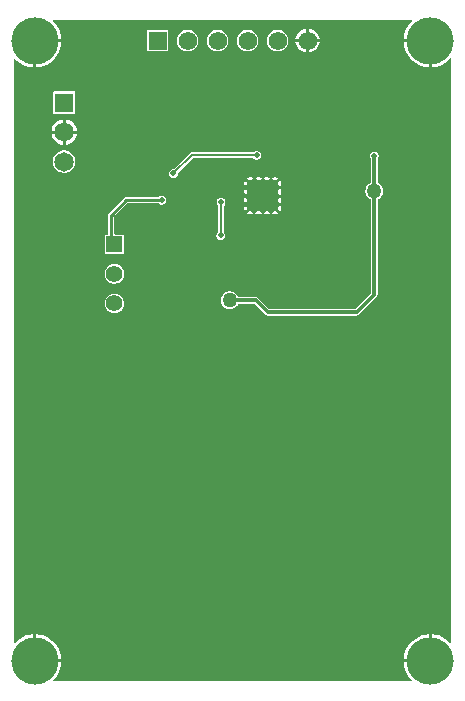
<source format=gbr>
%TF.GenerationSoftware,KiCad,Pcbnew,9.99.0-1490-gab75263b91*%
%TF.CreationDate,2025-06-04T22:15:06+10:00*%
%TF.ProjectId,energy_harvesting_board,656e6572-6779-45f6-9861-727665737469,rev?*%
%TF.SameCoordinates,Original*%
%TF.FileFunction,Copper,L2,Bot*%
%TF.FilePolarity,Positive*%
%FSLAX46Y46*%
G04 Gerber Fmt 4.6, Leading zero omitted, Abs format (unit mm)*
G04 Created by KiCad (PCBNEW 9.99.0-1490-gab75263b91) date 2025-06-04 22:15:06*
%MOMM*%
%LPD*%
G01*
G04 APERTURE LIST*
%TA.AperFunction,ComponentPad*%
%ADD10R,1.400000X1.400000*%
%TD*%
%TA.AperFunction,ComponentPad*%
%ADD11C,1.400000*%
%TD*%
%TA.AperFunction,HeatsinkPad*%
%ADD12C,0.500000*%
%TD*%
%TA.AperFunction,HeatsinkPad*%
%ADD13R,2.600000X2.600000*%
%TD*%
%TA.AperFunction,ComponentPad*%
%ADD14C,4.000000*%
%TD*%
%TA.AperFunction,ComponentPad*%
%ADD15R,1.650000X1.650000*%
%TD*%
%TA.AperFunction,ComponentPad*%
%ADD16C,1.650000*%
%TD*%
%TA.AperFunction,ComponentPad*%
%ADD17R,1.570000X1.570000*%
%TD*%
%TA.AperFunction,ComponentPad*%
%ADD18C,1.570000*%
%TD*%
%TA.AperFunction,ViaPad*%
%ADD19C,1.270000*%
%TD*%
%TA.AperFunction,ViaPad*%
%ADD20C,0.500000*%
%TD*%
%TA.AperFunction,Conductor*%
%ADD21C,0.300000*%
%TD*%
%TA.AperFunction,Conductor*%
%ADD22C,0.250000*%
%TD*%
%TA.AperFunction,Conductor*%
%ADD23C,0.200000*%
%TD*%
G04 APERTURE END LIST*
D10*
%TO.P,R1,1*%
%TO.N,VBUCK*%
X138501100Y-96003600D03*
D11*
%TO.P,R1,2*%
%TO.N,NetR1_2*%
X138501100Y-98503600D03*
%TO.P,R1,3*%
%TO.N,N/C*%
X138501100Y-101003600D03*
%TD*%
D12*
%TO.P,U1,29,GND*%
%TO.N,GND*%
X152100000Y-92930000D03*
X152100000Y-92230000D03*
X152100000Y-91530000D03*
X152100000Y-90830000D03*
X151400000Y-92930000D03*
X151400000Y-92230000D03*
X151400000Y-91530000D03*
X151400000Y-90830000D03*
D13*
X151050000Y-91880000D03*
D12*
X150700000Y-92930000D03*
X150700000Y-92230000D03*
X150700000Y-91530000D03*
X150700000Y-90830000D03*
X150000000Y-92930000D03*
X150000000Y-92230000D03*
X150000000Y-91530000D03*
X150000000Y-90830000D03*
%TD*%
D14*
%TO.P,,3*%
%TO.N,GND*%
X131751100Y-78753600D03*
%TD*%
%TO.P,,4*%
%TO.N,GND*%
X165251100Y-78753600D03*
%TD*%
%TO.P,,2*%
%TO.N,GND*%
X165251100Y-131253600D03*
%TD*%
%TO.P,,1*%
%TO.N,GND*%
X131751100Y-131253600D03*
%TD*%
D15*
%TO.P,J2,1*%
%TO.N,VBATT*%
X134251100Y-84003600D03*
D16*
%TO.P,J2,2*%
%TO.N,GND*%
X134251100Y-86503600D03*
%TO.P,J2,3*%
%TO.N,N/C*%
X134251100Y-89003600D03*
%TD*%
D17*
%TO.P,J1,1*%
%TO.N,VBATT*%
X142151100Y-78753600D03*
D18*
%TO.P,J1,2*%
%TO.N,HVOUT*%
X144691100Y-78753600D03*
%TO.P,J1,3*%
%TO.N,LVOUT*%
X147231100Y-78753600D03*
%TO.P,J1,4*%
%TO.N,STATUS1*%
X149771100Y-78753600D03*
%TO.P,J1,5*%
%TO.N,STATUS0*%
X152311100Y-78753600D03*
%TO.P,J1,6*%
%TO.N,GND*%
X154851100Y-78753600D03*
%TD*%
D19*
%TO.N,VBUCK*%
X160501100Y-91503600D03*
X148251100Y-100753600D03*
D20*
X160501100Y-88503600D03*
X142501100Y-92253600D03*
%TO.N,SRC_LVL_D*%
X147526100Y-92430000D03*
X147501100Y-95253600D03*
%TO.N,GND*%
X148176100Y-86278600D03*
X144751100Y-85253600D03*
X161001100Y-101003600D03*
X137751100Y-92503600D03*
X158251100Y-94503600D03*
X141501100Y-90503600D03*
X146501100Y-92626600D03*
X159751100Y-102003600D03*
X156501100Y-102503600D03*
X161251100Y-92753600D03*
X161251100Y-94253600D03*
X149751100Y-101503600D03*
X147128100Y-91253600D03*
X161251100Y-99253600D03*
X158501100Y-93003600D03*
X152251100Y-100253600D03*
X153251100Y-130253600D03*
X156501100Y-101003600D03*
X158001100Y-101003600D03*
X153251100Y-87253600D03*
X152076100Y-88428600D03*
X154751100Y-98003600D03*
X135001100Y-92503600D03*
X143001100Y-89503600D03*
X159001100Y-98253600D03*
X153501100Y-102503600D03*
X159001100Y-100253600D03*
X158001100Y-102503600D03*
X155001100Y-102503600D03*
X155501100Y-130253600D03*
X161501100Y-130253600D03*
X153501100Y-101003600D03*
X150001100Y-100003600D03*
X157001100Y-98003600D03*
X162251100Y-88503600D03*
X141251100Y-93003600D03*
X159251100Y-130253600D03*
X145751100Y-85253600D03*
X132129400Y-89209690D03*
X155001100Y-101003600D03*
X132134680Y-84000930D03*
X161251100Y-96253600D03*
X146751100Y-85253600D03*
X152251100Y-102503600D03*
X159751100Y-96253600D03*
%TO.N,ENHV*%
X143501100Y-90003600D03*
X150551100Y-88453600D03*
%TD*%
%TO.N,VBUCK*%
D21*
X150501100Y-100753600D02*
X151501100Y-101753600D01*
D22*
X138251100Y-93478600D02*
X138276100Y-93478600D01*
D21*
X160501100Y-91503600D02*
X160501100Y-88503600D01*
X160501100Y-100253600D02*
X160501100Y-91503600D01*
D22*
X139501100Y-92253600D02*
X142501100Y-92253600D01*
X138251100Y-95753600D02*
X138251100Y-93478600D01*
D21*
X148251100Y-100753600D02*
X150501100Y-100753600D01*
X151501100Y-101753600D02*
X159001100Y-101753600D01*
X159001100Y-101753600D02*
X160501100Y-100253600D01*
D22*
X138276100Y-93478600D02*
X139501100Y-92253600D01*
%TO.N,SRC_LVL_D*%
D23*
X147512970Y-92444038D02*
X147512970Y-95241730D01*
X147512970Y-95241730D02*
X147501100Y-95253600D01*
X147526100Y-92430000D02*
X147526100Y-92430908D01*
X147526100Y-92430908D02*
X147512970Y-92444038D01*
%TO.N,ENHV*%
X143501100Y-90003600D02*
X145076100Y-88428600D01*
X149976100Y-88428600D02*
X150551100Y-88428600D01*
X145076100Y-88428600D02*
X149976100Y-88428600D01*
%TD*%
%TA.AperFunction,Conductor*%
%TO.N,GND*%
G36*
X163729814Y-77017952D02*
G01*
X163744166Y-77052600D01*
X163729814Y-77087248D01*
X163552822Y-77264239D01*
X163552812Y-77264251D01*
X163372955Y-77498645D01*
X163372945Y-77498660D01*
X163225212Y-77754540D01*
X163112141Y-78027517D01*
X163112137Y-78027527D01*
X163035669Y-78312911D01*
X162997100Y-78605868D01*
X162997100Y-78626600D01*
X164005633Y-78626600D01*
X164001100Y-78655223D01*
X164001100Y-78851977D01*
X164005633Y-78880600D01*
X162997100Y-78880600D01*
X162997100Y-78901331D01*
X162997099Y-78901331D01*
X163035669Y-79194288D01*
X163112137Y-79479672D01*
X163112141Y-79479682D01*
X163225212Y-79752659D01*
X163372945Y-80008539D01*
X163372955Y-80008554D01*
X163552812Y-80242948D01*
X163552822Y-80242960D01*
X163761739Y-80451877D01*
X163761751Y-80451887D01*
X163996145Y-80631744D01*
X163996160Y-80631754D01*
X164252040Y-80779487D01*
X164525017Y-80892558D01*
X164525027Y-80892562D01*
X164810411Y-80969030D01*
X165103368Y-81007600D01*
X165124100Y-81007600D01*
X165124100Y-79999066D01*
X165152723Y-80003600D01*
X165349477Y-80003600D01*
X165378100Y-79999066D01*
X165378100Y-81007600D01*
X165398831Y-81007600D01*
X165691788Y-80969030D01*
X165977172Y-80892562D01*
X165977182Y-80892558D01*
X166250159Y-80779487D01*
X166506039Y-80631754D01*
X166506054Y-80631744D01*
X166740448Y-80451887D01*
X166740460Y-80451877D01*
X166932452Y-80259886D01*
X166967100Y-80245534D01*
X167001748Y-80259886D01*
X167016100Y-80294534D01*
X167016100Y-129712666D01*
X167001748Y-129747314D01*
X166967100Y-129761666D01*
X166932452Y-129747314D01*
X166740460Y-129555322D01*
X166740448Y-129555312D01*
X166506054Y-129375455D01*
X166506039Y-129375445D01*
X166250159Y-129227712D01*
X165977182Y-129114641D01*
X165977172Y-129114637D01*
X165691788Y-129038169D01*
X165398831Y-128999600D01*
X165378100Y-128999600D01*
X165378100Y-130008133D01*
X165349477Y-130003600D01*
X165152723Y-130003600D01*
X165124100Y-130008133D01*
X165124100Y-128999600D01*
X165103369Y-128999600D01*
X164810411Y-129038169D01*
X164525027Y-129114637D01*
X164525017Y-129114641D01*
X164252040Y-129227712D01*
X163996160Y-129375445D01*
X163996145Y-129375455D01*
X163761751Y-129555312D01*
X163761739Y-129555322D01*
X163552822Y-129764239D01*
X163552812Y-129764251D01*
X163372955Y-129998645D01*
X163372945Y-129998660D01*
X163225212Y-130254540D01*
X163112141Y-130527517D01*
X163112137Y-130527527D01*
X163035669Y-130812911D01*
X162997100Y-131105868D01*
X162997100Y-131126600D01*
X164005633Y-131126600D01*
X164001100Y-131155223D01*
X164001100Y-131351977D01*
X164005633Y-131380600D01*
X162997100Y-131380600D01*
X162997100Y-131401331D01*
X162997099Y-131401331D01*
X163035669Y-131694288D01*
X163112137Y-131979672D01*
X163112141Y-131979682D01*
X163225212Y-132252659D01*
X163372945Y-132508539D01*
X163372955Y-132508554D01*
X163552812Y-132742948D01*
X163552822Y-132742960D01*
X163729814Y-132919952D01*
X163744166Y-132954600D01*
X163729814Y-132989248D01*
X163695166Y-133003600D01*
X133307034Y-133003600D01*
X133272386Y-132989248D01*
X133258034Y-132954600D01*
X133272386Y-132919952D01*
X133449377Y-132742960D01*
X133449387Y-132742948D01*
X133629244Y-132508554D01*
X133629254Y-132508539D01*
X133776987Y-132252659D01*
X133890058Y-131979682D01*
X133890062Y-131979672D01*
X133966530Y-131694288D01*
X134005100Y-131401331D01*
X134005100Y-131380600D01*
X132996567Y-131380600D01*
X133001100Y-131351977D01*
X133001100Y-131155223D01*
X132996567Y-131126600D01*
X134005100Y-131126600D01*
X134005100Y-131105868D01*
X133966530Y-130812911D01*
X133890062Y-130527527D01*
X133890058Y-130527517D01*
X133776987Y-130254540D01*
X133629254Y-129998660D01*
X133629244Y-129998645D01*
X133449387Y-129764251D01*
X133449377Y-129764239D01*
X133240460Y-129555322D01*
X133240448Y-129555312D01*
X133006054Y-129375455D01*
X133006039Y-129375445D01*
X132750159Y-129227712D01*
X132477182Y-129114641D01*
X132477172Y-129114637D01*
X132191788Y-129038169D01*
X131898831Y-128999600D01*
X131878100Y-128999600D01*
X131878100Y-130008133D01*
X131849477Y-130003600D01*
X131652723Y-130003600D01*
X131624100Y-130008133D01*
X131624100Y-128999600D01*
X131603369Y-128999600D01*
X131310411Y-129038169D01*
X131025027Y-129114637D01*
X131025017Y-129114641D01*
X130752040Y-129227712D01*
X130496160Y-129375445D01*
X130496145Y-129375455D01*
X130261751Y-129555312D01*
X130261739Y-129555322D01*
X130099748Y-129717314D01*
X130065100Y-129731666D01*
X130030452Y-129717314D01*
X130016100Y-129682666D01*
X130016100Y-100922098D01*
X137673600Y-100922098D01*
X137673600Y-101085102D01*
X137705400Y-101244973D01*
X137767779Y-101395568D01*
X137811999Y-101461748D01*
X137848315Y-101516100D01*
X137858339Y-101531101D01*
X137973599Y-101646361D01*
X138109132Y-101736921D01*
X138259727Y-101799300D01*
X138419598Y-101831100D01*
X138419601Y-101831100D01*
X138582599Y-101831100D01*
X138582602Y-101831100D01*
X138742473Y-101799300D01*
X138893068Y-101736921D01*
X139028601Y-101646361D01*
X139143861Y-101531101D01*
X139234421Y-101395568D01*
X139296800Y-101244973D01*
X139328600Y-101085102D01*
X139328600Y-100922098D01*
X139296800Y-100762227D01*
X139262117Y-100678496D01*
X147488600Y-100678496D01*
X147488600Y-100828703D01*
X147517901Y-100976006D01*
X147517903Y-100976015D01*
X147575379Y-101114773D01*
X147575380Y-101114775D01*
X147575382Y-101114779D01*
X147658828Y-101239665D01*
X147765035Y-101345872D01*
X147889921Y-101429318D01*
X147889926Y-101429320D01*
X148028684Y-101486796D01*
X148028685Y-101486796D01*
X148028687Y-101486797D01*
X148176000Y-101516100D01*
X148326200Y-101516100D01*
X148473513Y-101486797D01*
X148612279Y-101429318D01*
X148737165Y-101345872D01*
X148843372Y-101239665D01*
X148926818Y-101114779D01*
X148948950Y-101061348D01*
X148975469Y-101034830D01*
X148994220Y-101031100D01*
X150365859Y-101031100D01*
X150400507Y-101045452D01*
X151277328Y-101922272D01*
X151277333Y-101922278D01*
X151279044Y-101923989D01*
X151330711Y-101975656D01*
X151330714Y-101975657D01*
X151330717Y-101975660D01*
X151372896Y-102000011D01*
X151393989Y-102012189D01*
X151417514Y-102018493D01*
X151464564Y-102031101D01*
X151464566Y-102031101D01*
X151540631Y-102031101D01*
X151540647Y-102031100D01*
X158961553Y-102031100D01*
X158961569Y-102031101D01*
X158964566Y-102031101D01*
X159037636Y-102031101D01*
X159072922Y-102021645D01*
X159108211Y-102012189D01*
X159171489Y-101975656D01*
X160667454Y-100479688D01*
X160667459Y-100479685D01*
X160671487Y-100475656D01*
X160671489Y-100475656D01*
X160723156Y-100423989D01*
X160759689Y-100360711D01*
X160767026Y-100333325D01*
X160778600Y-100290136D01*
X160778600Y-92246719D01*
X160792952Y-92212071D01*
X160808847Y-92201450D01*
X160862279Y-92179318D01*
X160987165Y-92095872D01*
X161093372Y-91989665D01*
X161176818Y-91864779D01*
X161234297Y-91726013D01*
X161263600Y-91578700D01*
X161263600Y-91428500D01*
X161234297Y-91281187D01*
X161231697Y-91274911D01*
X161176820Y-91142426D01*
X161176818Y-91142421D01*
X161093372Y-91017535D01*
X160987165Y-90911328D01*
X160964756Y-90896355D01*
X160945909Y-90883762D01*
X160862279Y-90827882D01*
X160862276Y-90827880D01*
X160862275Y-90827880D01*
X160808848Y-90805749D01*
X160782330Y-90779230D01*
X160778600Y-90760479D01*
X160778600Y-88780261D01*
X160792952Y-88745613D01*
X160803174Y-88735391D01*
X160803175Y-88735390D01*
X160852874Y-88649309D01*
X160866272Y-88599307D01*
X160878600Y-88553301D01*
X160878600Y-88453898D01*
X160852874Y-88357892D01*
X160852873Y-88357888D01*
X160803174Y-88271809D01*
X160732890Y-88201525D01*
X160646811Y-88151826D01*
X160646807Y-88151825D01*
X160550802Y-88126100D01*
X160550799Y-88126100D01*
X160451401Y-88126100D01*
X160451398Y-88126100D01*
X160355392Y-88151825D01*
X160355388Y-88151826D01*
X160269309Y-88201525D01*
X160269309Y-88201526D01*
X160199026Y-88271809D01*
X160199025Y-88271809D01*
X160149326Y-88357888D01*
X160149325Y-88357892D01*
X160123600Y-88453898D01*
X160123600Y-88553301D01*
X160149325Y-88649307D01*
X160149326Y-88649311D01*
X160199025Y-88735390D01*
X160209248Y-88745613D01*
X160223600Y-88780261D01*
X160223600Y-90760479D01*
X160209248Y-90795127D01*
X160193352Y-90805749D01*
X160139924Y-90827880D01*
X160015035Y-90911327D01*
X159908827Y-91017535D01*
X159825379Y-91142426D01*
X159767903Y-91281184D01*
X159767901Y-91281193D01*
X159738600Y-91428496D01*
X159738600Y-91578703D01*
X159767901Y-91726006D01*
X159767903Y-91726015D01*
X159825379Y-91864773D01*
X159825380Y-91864775D01*
X159825382Y-91864779D01*
X159908828Y-91989665D01*
X160015035Y-92095872D01*
X160139921Y-92179318D01*
X160193351Y-92201449D01*
X160219870Y-92227967D01*
X160223600Y-92246719D01*
X160223600Y-100118359D01*
X160209248Y-100153007D01*
X158900507Y-101461748D01*
X158865859Y-101476100D01*
X151636340Y-101476100D01*
X151601692Y-101461748D01*
X150671491Y-100531546D01*
X150671490Y-100531545D01*
X150671489Y-100531544D01*
X150671486Y-100531542D01*
X150671482Y-100531539D01*
X150608213Y-100495012D01*
X150608209Y-100495010D01*
X150537636Y-100476099D01*
X150537634Y-100476099D01*
X150464566Y-100476099D01*
X150461569Y-100476099D01*
X150461553Y-100476100D01*
X148994220Y-100476100D01*
X148959572Y-100461748D01*
X148948950Y-100445852D01*
X148926818Y-100392422D01*
X148926818Y-100392421D01*
X148843372Y-100267535D01*
X148737165Y-100161328D01*
X148612279Y-100077882D01*
X148612275Y-100077880D01*
X148612273Y-100077879D01*
X148473515Y-100020403D01*
X148473506Y-100020401D01*
X148326203Y-99991100D01*
X148326200Y-99991100D01*
X148176000Y-99991100D01*
X148175996Y-99991100D01*
X148028693Y-100020401D01*
X148028684Y-100020403D01*
X147889926Y-100077879D01*
X147889922Y-100077881D01*
X147889921Y-100077882D01*
X147858175Y-100099093D01*
X147765035Y-100161327D01*
X147658827Y-100267535D01*
X147575379Y-100392426D01*
X147517903Y-100531184D01*
X147517901Y-100531193D01*
X147488600Y-100678496D01*
X139262117Y-100678496D01*
X139234421Y-100611632D01*
X139143861Y-100476099D01*
X139028601Y-100360839D01*
X139028409Y-100360711D01*
X138922783Y-100290134D01*
X138893068Y-100270279D01*
X138893065Y-100270277D01*
X138893064Y-100270277D01*
X138742476Y-100207901D01*
X138742470Y-100207899D01*
X138677999Y-100195075D01*
X138582602Y-100176100D01*
X138419598Y-100176100D01*
X138340028Y-100191927D01*
X138259729Y-100207899D01*
X138259723Y-100207901D01*
X138109135Y-100270277D01*
X137973599Y-100360838D01*
X137858338Y-100476099D01*
X137767777Y-100611635D01*
X137705401Y-100762223D01*
X137705399Y-100762229D01*
X137692178Y-100828700D01*
X137673600Y-100922098D01*
X130016100Y-100922098D01*
X130016100Y-98422098D01*
X137673600Y-98422098D01*
X137673600Y-98585102D01*
X137705400Y-98744973D01*
X137767779Y-98895568D01*
X137858339Y-99031101D01*
X137973599Y-99146361D01*
X138109132Y-99236921D01*
X138259727Y-99299300D01*
X138419598Y-99331100D01*
X138419601Y-99331100D01*
X138582599Y-99331100D01*
X138582602Y-99331100D01*
X138742473Y-99299300D01*
X138893068Y-99236921D01*
X139028601Y-99146361D01*
X139143861Y-99031101D01*
X139234421Y-98895568D01*
X139296800Y-98744973D01*
X139328600Y-98585102D01*
X139328600Y-98422098D01*
X139296800Y-98262227D01*
X139234421Y-98111632D01*
X139143861Y-97976099D01*
X139028601Y-97860839D01*
X138893068Y-97770279D01*
X138893065Y-97770277D01*
X138893064Y-97770277D01*
X138742476Y-97707901D01*
X138742470Y-97707899D01*
X138677999Y-97695075D01*
X138582602Y-97676100D01*
X138419598Y-97676100D01*
X138340028Y-97691927D01*
X138259729Y-97707899D01*
X138259723Y-97707901D01*
X138109135Y-97770277D01*
X137973599Y-97860838D01*
X137858338Y-97976099D01*
X137767777Y-98111635D01*
X137705401Y-98262223D01*
X137705399Y-98262229D01*
X137689427Y-98342528D01*
X137673600Y-98422098D01*
X130016100Y-98422098D01*
X130016100Y-95291038D01*
X137673600Y-95291038D01*
X137673600Y-96716161D01*
X137680997Y-96753346D01*
X137709177Y-96795522D01*
X137730265Y-96809612D01*
X137751352Y-96823702D01*
X137788542Y-96831100D01*
X139213658Y-96831100D01*
X139250848Y-96823702D01*
X139293022Y-96795522D01*
X139321202Y-96753348D01*
X139328600Y-96716158D01*
X139328600Y-95291042D01*
X139321202Y-95253852D01*
X139293022Y-95211678D01*
X139281379Y-95203898D01*
X147123600Y-95203898D01*
X147123600Y-95303301D01*
X147149325Y-95399307D01*
X147149326Y-95399311D01*
X147199025Y-95485390D01*
X147269310Y-95555675D01*
X147300815Y-95573865D01*
X147355388Y-95605373D01*
X147355390Y-95605373D01*
X147355391Y-95605374D01*
X147379393Y-95611805D01*
X147451398Y-95631100D01*
X147451401Y-95631100D01*
X147550801Y-95631100D01*
X147598804Y-95618237D01*
X147646809Y-95605374D01*
X147732890Y-95555675D01*
X147803175Y-95485390D01*
X147852874Y-95399309D01*
X147865737Y-95351304D01*
X147878600Y-95303301D01*
X147878600Y-95203898D01*
X147852874Y-95107892D01*
X147852873Y-95107888D01*
X147803174Y-95021809D01*
X147754822Y-94973457D01*
X147740470Y-94938809D01*
X147740470Y-93364692D01*
X149744910Y-93364692D01*
X149744911Y-93364693D01*
X149805460Y-93399652D01*
X149805464Y-93399653D01*
X149933644Y-93434000D01*
X150066356Y-93434000D01*
X150066356Y-93433999D01*
X150194533Y-93399654D01*
X150194539Y-93399652D01*
X150255087Y-93364693D01*
X150255088Y-93364692D01*
X150444910Y-93364692D01*
X150444911Y-93364693D01*
X150505460Y-93399652D01*
X150505464Y-93399653D01*
X150633644Y-93434000D01*
X150766356Y-93434000D01*
X150766356Y-93433999D01*
X150894533Y-93399654D01*
X150894539Y-93399652D01*
X150955087Y-93364693D01*
X150955088Y-93364692D01*
X151144910Y-93364692D01*
X151144911Y-93364693D01*
X151205460Y-93399652D01*
X151205464Y-93399653D01*
X151333644Y-93434000D01*
X151466356Y-93434000D01*
X151466356Y-93433999D01*
X151594533Y-93399654D01*
X151594539Y-93399652D01*
X151655087Y-93364693D01*
X151655088Y-93364692D01*
X151844910Y-93364692D01*
X151844911Y-93364693D01*
X151905460Y-93399652D01*
X151905464Y-93399653D01*
X152033644Y-93434000D01*
X152166356Y-93434000D01*
X152166356Y-93433999D01*
X152294533Y-93399654D01*
X152294539Y-93399652D01*
X152355087Y-93364693D01*
X152355088Y-93364692D01*
X152100000Y-93109605D01*
X151844910Y-93364692D01*
X151655088Y-93364692D01*
X151400000Y-93109605D01*
X151144910Y-93364692D01*
X150955088Y-93364692D01*
X150700000Y-93109605D01*
X150444910Y-93364692D01*
X150255088Y-93364692D01*
X150000000Y-93109605D01*
X149744910Y-93364692D01*
X147740470Y-93364692D01*
X147740470Y-92863644D01*
X149496000Y-92863644D01*
X149496000Y-92996355D01*
X149530346Y-93124535D01*
X149530347Y-93124539D01*
X149565305Y-93185087D01*
X149565306Y-93185088D01*
X149820394Y-92930001D01*
X149820394Y-92929999D01*
X149800504Y-92910109D01*
X149900000Y-92910109D01*
X149900000Y-92949891D01*
X149915224Y-92986645D01*
X149943355Y-93014776D01*
X149980109Y-93030000D01*
X150019891Y-93030000D01*
X150056645Y-93014776D01*
X150084776Y-92986645D01*
X150100000Y-92949891D01*
X150100000Y-92930000D01*
X150179605Y-92930000D01*
X150349999Y-93100394D01*
X150520394Y-92930000D01*
X150520394Y-92929999D01*
X150500504Y-92910109D01*
X150600000Y-92910109D01*
X150600000Y-92949891D01*
X150615224Y-92986645D01*
X150643355Y-93014776D01*
X150680109Y-93030000D01*
X150719891Y-93030000D01*
X150756645Y-93014776D01*
X150784776Y-92986645D01*
X150800000Y-92949891D01*
X150800000Y-92930000D01*
X150879605Y-92930000D01*
X151049999Y-93100394D01*
X151220394Y-92930000D01*
X151220394Y-92929999D01*
X151200504Y-92910109D01*
X151300000Y-92910109D01*
X151300000Y-92949891D01*
X151315224Y-92986645D01*
X151343355Y-93014776D01*
X151380109Y-93030000D01*
X151419891Y-93030000D01*
X151456645Y-93014776D01*
X151484776Y-92986645D01*
X151500000Y-92949891D01*
X151500000Y-92930000D01*
X151579605Y-92930000D01*
X151749999Y-93100394D01*
X151920394Y-92930000D01*
X151920394Y-92929999D01*
X151900504Y-92910109D01*
X152000000Y-92910109D01*
X152000000Y-92949891D01*
X152015224Y-92986645D01*
X152043355Y-93014776D01*
X152080109Y-93030000D01*
X152119891Y-93030000D01*
X152156645Y-93014776D01*
X152184776Y-92986645D01*
X152200000Y-92949891D01*
X152200000Y-92929999D01*
X152279605Y-92929999D01*
X152279605Y-92930000D01*
X152534692Y-93185088D01*
X152534693Y-93185087D01*
X152569652Y-93124539D01*
X152569654Y-93124533D01*
X152603999Y-92996356D01*
X152604000Y-92996356D01*
X152604000Y-92863644D01*
X152569653Y-92735464D01*
X152569652Y-92735460D01*
X152534693Y-92674911D01*
X152534692Y-92674910D01*
X152279605Y-92929999D01*
X152200000Y-92929999D01*
X152200000Y-92910109D01*
X152184776Y-92873355D01*
X152156645Y-92845224D01*
X152119891Y-92830000D01*
X152080109Y-92830000D01*
X152043355Y-92845224D01*
X152015224Y-92873355D01*
X152000000Y-92910109D01*
X151900504Y-92910109D01*
X151750001Y-92759605D01*
X151750000Y-92759605D01*
X151579605Y-92930000D01*
X151500000Y-92930000D01*
X151500000Y-92910109D01*
X151484776Y-92873355D01*
X151456645Y-92845224D01*
X151419891Y-92830000D01*
X151380109Y-92830000D01*
X151343355Y-92845224D01*
X151315224Y-92873355D01*
X151300000Y-92910109D01*
X151200504Y-92910109D01*
X151050001Y-92759605D01*
X151050000Y-92759605D01*
X150879605Y-92930000D01*
X150800000Y-92930000D01*
X150800000Y-92910109D01*
X150784776Y-92873355D01*
X150756645Y-92845224D01*
X150719891Y-92830000D01*
X150680109Y-92830000D01*
X150643355Y-92845224D01*
X150615224Y-92873355D01*
X150600000Y-92910109D01*
X150500504Y-92910109D01*
X150350001Y-92759605D01*
X150350000Y-92759605D01*
X150179605Y-92930000D01*
X150100000Y-92930000D01*
X150100000Y-92910109D01*
X150084776Y-92873355D01*
X150056645Y-92845224D01*
X150019891Y-92830000D01*
X149980109Y-92830000D01*
X149943355Y-92845224D01*
X149915224Y-92873355D01*
X149900000Y-92910109D01*
X149800504Y-92910109D01*
X149565306Y-92674910D01*
X149565305Y-92674911D01*
X149530347Y-92735463D01*
X149530345Y-92735467D01*
X149496000Y-92863644D01*
X147740470Y-92863644D01*
X147740470Y-92769605D01*
X147754822Y-92734957D01*
X147756328Y-92733636D01*
X147757887Y-92732076D01*
X147757890Y-92732075D01*
X147828175Y-92661790D01*
X147875397Y-92580000D01*
X149829605Y-92580000D01*
X149999999Y-92750394D01*
X150170394Y-92580000D01*
X150529605Y-92580000D01*
X150699999Y-92750394D01*
X150870394Y-92580000D01*
X151229605Y-92580000D01*
X151399999Y-92750394D01*
X151570394Y-92580000D01*
X151929605Y-92580000D01*
X152099999Y-92750394D01*
X152270394Y-92580000D01*
X152270394Y-92579999D01*
X152100001Y-92409605D01*
X152100000Y-92409605D01*
X151929605Y-92580000D01*
X151570394Y-92580000D01*
X151570394Y-92579999D01*
X151400001Y-92409605D01*
X151400000Y-92409605D01*
X151229605Y-92580000D01*
X150870394Y-92580000D01*
X150870394Y-92579999D01*
X150700001Y-92409605D01*
X150700000Y-92409605D01*
X150529605Y-92580000D01*
X150170394Y-92580000D01*
X150170394Y-92579999D01*
X150000001Y-92409605D01*
X150000000Y-92409605D01*
X149829605Y-92580000D01*
X147875397Y-92580000D01*
X147877874Y-92575709D01*
X147902156Y-92485088D01*
X147903600Y-92479700D01*
X147903600Y-92380298D01*
X147881107Y-92296356D01*
X147877874Y-92284291D01*
X147877873Y-92284290D01*
X147877873Y-92284288D01*
X147837279Y-92213979D01*
X147828175Y-92198210D01*
X147793609Y-92163644D01*
X149496000Y-92163644D01*
X149496000Y-92296355D01*
X149530346Y-92424535D01*
X149530347Y-92424539D01*
X149565305Y-92485087D01*
X149565306Y-92485088D01*
X149820394Y-92230001D01*
X149820394Y-92229999D01*
X149800504Y-92210109D01*
X149900000Y-92210109D01*
X149900000Y-92249891D01*
X149915224Y-92286645D01*
X149943355Y-92314776D01*
X149980109Y-92330000D01*
X150019891Y-92330000D01*
X150056645Y-92314776D01*
X150084776Y-92286645D01*
X150100000Y-92249891D01*
X150100000Y-92230000D01*
X150179605Y-92230000D01*
X150349999Y-92400394D01*
X150520394Y-92230000D01*
X150520394Y-92229999D01*
X150500504Y-92210109D01*
X150600000Y-92210109D01*
X150600000Y-92249891D01*
X150615224Y-92286645D01*
X150643355Y-92314776D01*
X150680109Y-92330000D01*
X150719891Y-92330000D01*
X150756645Y-92314776D01*
X150784776Y-92286645D01*
X150800000Y-92249891D01*
X150800000Y-92230000D01*
X150879605Y-92230000D01*
X151049999Y-92400394D01*
X151220394Y-92230000D01*
X151220394Y-92229999D01*
X151200504Y-92210109D01*
X151300000Y-92210109D01*
X151300000Y-92249891D01*
X151315224Y-92286645D01*
X151343355Y-92314776D01*
X151380109Y-92330000D01*
X151419891Y-92330000D01*
X151456645Y-92314776D01*
X151484776Y-92286645D01*
X151500000Y-92249891D01*
X151500000Y-92230000D01*
X151579605Y-92230000D01*
X151749999Y-92400394D01*
X151920394Y-92230000D01*
X151920394Y-92229999D01*
X151900504Y-92210109D01*
X152000000Y-92210109D01*
X152000000Y-92249891D01*
X152015224Y-92286645D01*
X152043355Y-92314776D01*
X152080109Y-92330000D01*
X152119891Y-92330000D01*
X152156645Y-92314776D01*
X152184776Y-92286645D01*
X152200000Y-92249891D01*
X152200000Y-92229999D01*
X152279605Y-92229999D01*
X152279605Y-92230000D01*
X152534692Y-92485088D01*
X152534693Y-92485087D01*
X152569652Y-92424539D01*
X152569654Y-92424533D01*
X152603999Y-92296356D01*
X152604000Y-92296356D01*
X152604000Y-92163644D01*
X152569653Y-92035464D01*
X152569652Y-92035460D01*
X152534693Y-91974911D01*
X152534692Y-91974910D01*
X152279605Y-92229999D01*
X152200000Y-92229999D01*
X152200000Y-92210109D01*
X152184776Y-92173355D01*
X152156645Y-92145224D01*
X152119891Y-92130000D01*
X152080109Y-92130000D01*
X152043355Y-92145224D01*
X152015224Y-92173355D01*
X152000000Y-92210109D01*
X151900504Y-92210109D01*
X151750001Y-92059605D01*
X151750000Y-92059605D01*
X151579605Y-92230000D01*
X151500000Y-92230000D01*
X151500000Y-92210109D01*
X151484776Y-92173355D01*
X151456645Y-92145224D01*
X151419891Y-92130000D01*
X151380109Y-92130000D01*
X151343355Y-92145224D01*
X151315224Y-92173355D01*
X151300000Y-92210109D01*
X151200504Y-92210109D01*
X151050001Y-92059605D01*
X151050000Y-92059605D01*
X150879605Y-92230000D01*
X150800000Y-92230000D01*
X150800000Y-92210109D01*
X150784776Y-92173355D01*
X150756645Y-92145224D01*
X150719891Y-92130000D01*
X150680109Y-92130000D01*
X150643355Y-92145224D01*
X150615224Y-92173355D01*
X150600000Y-92210109D01*
X150500504Y-92210109D01*
X150350001Y-92059605D01*
X150350000Y-92059605D01*
X150179605Y-92230000D01*
X150100000Y-92230000D01*
X150100000Y-92210109D01*
X150084776Y-92173355D01*
X150056645Y-92145224D01*
X150019891Y-92130000D01*
X149980109Y-92130000D01*
X149943355Y-92145224D01*
X149915224Y-92173355D01*
X149900000Y-92210109D01*
X149800504Y-92210109D01*
X149565306Y-91974910D01*
X149565305Y-91974911D01*
X149530347Y-92035463D01*
X149530345Y-92035467D01*
X149496000Y-92163644D01*
X147793609Y-92163644D01*
X147757890Y-92127925D01*
X147671811Y-92078226D01*
X147671807Y-92078225D01*
X147575802Y-92052500D01*
X147575799Y-92052500D01*
X147476401Y-92052500D01*
X147476398Y-92052500D01*
X147380392Y-92078225D01*
X147380388Y-92078226D01*
X147294309Y-92127925D01*
X147294309Y-92127926D01*
X147224026Y-92198209D01*
X147224025Y-92198209D01*
X147174326Y-92284288D01*
X147174325Y-92284292D01*
X147148600Y-92380298D01*
X147148600Y-92479701D01*
X147174325Y-92575707D01*
X147174326Y-92575711D01*
X147224025Y-92661790D01*
X147271118Y-92708883D01*
X147285470Y-92743531D01*
X147285470Y-94915068D01*
X147271118Y-94949716D01*
X147199025Y-95021809D01*
X147149326Y-95107888D01*
X147149325Y-95107892D01*
X147123600Y-95203898D01*
X139281379Y-95203898D01*
X139250848Y-95183498D01*
X139250847Y-95183497D01*
X139250846Y-95183497D01*
X139213661Y-95176100D01*
X139213658Y-95176100D01*
X138552600Y-95176100D01*
X138517952Y-95161748D01*
X138503600Y-95127100D01*
X138503600Y-93628485D01*
X138517952Y-93593837D01*
X139591337Y-92520452D01*
X139625985Y-92506100D01*
X142199439Y-92506100D01*
X142234087Y-92520452D01*
X142269310Y-92555675D01*
X142300815Y-92573865D01*
X142355388Y-92605373D01*
X142355390Y-92605373D01*
X142355391Y-92605374D01*
X142379393Y-92611805D01*
X142451398Y-92631100D01*
X142451401Y-92631100D01*
X142550801Y-92631100D01*
X142598804Y-92618237D01*
X142646809Y-92605374D01*
X142732890Y-92555675D01*
X142803175Y-92485390D01*
X142852874Y-92399309D01*
X142865737Y-92351304D01*
X142878600Y-92303301D01*
X142878600Y-92203898D01*
X142852874Y-92107892D01*
X142852873Y-92107888D01*
X142813413Y-92039543D01*
X142803175Y-92021810D01*
X142732890Y-91951525D01*
X142647354Y-91902140D01*
X142647353Y-91902140D01*
X142646809Y-91901826D01*
X142646807Y-91901825D01*
X142565357Y-91880000D01*
X149829605Y-91880000D01*
X149999999Y-92050394D01*
X150170394Y-91880000D01*
X150529605Y-91880000D01*
X150699999Y-92050394D01*
X150870394Y-91880000D01*
X151229605Y-91880000D01*
X151399999Y-92050394D01*
X151570394Y-91880000D01*
X151929605Y-91880000D01*
X152099999Y-92050394D01*
X152270394Y-91880000D01*
X152270394Y-91879999D01*
X152100001Y-91709605D01*
X152100000Y-91709605D01*
X151929605Y-91880000D01*
X151570394Y-91880000D01*
X151570394Y-91879999D01*
X151400001Y-91709605D01*
X151400000Y-91709605D01*
X151229605Y-91880000D01*
X150870394Y-91880000D01*
X150870394Y-91879999D01*
X150700001Y-91709605D01*
X150700000Y-91709605D01*
X150529605Y-91880000D01*
X150170394Y-91880000D01*
X150170394Y-91879999D01*
X150000001Y-91709605D01*
X150000000Y-91709605D01*
X149829605Y-91880000D01*
X142565357Y-91880000D01*
X142550802Y-91876100D01*
X142550799Y-91876100D01*
X142451401Y-91876100D01*
X142451398Y-91876100D01*
X142355392Y-91901825D01*
X142355388Y-91901826D01*
X142269309Y-91951525D01*
X142269309Y-91951526D01*
X142234087Y-91986748D01*
X142199439Y-92001100D01*
X139450873Y-92001100D01*
X139373991Y-92032946D01*
X139367923Y-92035460D01*
X139358068Y-92039542D01*
X139358066Y-92039543D01*
X138157639Y-93239970D01*
X138141744Y-93250592D01*
X138108067Y-93264542D01*
X138037043Y-93335567D01*
X138037042Y-93335568D01*
X137998600Y-93428373D01*
X137998600Y-95127100D01*
X137984248Y-95161748D01*
X137949600Y-95176100D01*
X137788538Y-95176100D01*
X137751353Y-95183497D01*
X137709177Y-95211677D01*
X137680997Y-95253853D01*
X137673600Y-95291038D01*
X130016100Y-95291038D01*
X130016100Y-91463644D01*
X149496000Y-91463644D01*
X149496000Y-91596355D01*
X149530346Y-91724535D01*
X149530347Y-91724539D01*
X149565305Y-91785087D01*
X149565306Y-91785088D01*
X149820394Y-91530001D01*
X149820394Y-91529999D01*
X149800504Y-91510109D01*
X149900000Y-91510109D01*
X149900000Y-91549891D01*
X149915224Y-91586645D01*
X149943355Y-91614776D01*
X149980109Y-91630000D01*
X150019891Y-91630000D01*
X150056645Y-91614776D01*
X150084776Y-91586645D01*
X150100000Y-91549891D01*
X150100000Y-91530000D01*
X150179605Y-91530000D01*
X150349999Y-91700394D01*
X150520394Y-91530000D01*
X150520394Y-91529999D01*
X150500504Y-91510109D01*
X150600000Y-91510109D01*
X150600000Y-91549891D01*
X150615224Y-91586645D01*
X150643355Y-91614776D01*
X150680109Y-91630000D01*
X150719891Y-91630000D01*
X150756645Y-91614776D01*
X150784776Y-91586645D01*
X150800000Y-91549891D01*
X150800000Y-91530000D01*
X150879605Y-91530000D01*
X151049999Y-91700394D01*
X151220394Y-91530000D01*
X151220394Y-91529999D01*
X151200504Y-91510109D01*
X151300000Y-91510109D01*
X151300000Y-91549891D01*
X151315224Y-91586645D01*
X151343355Y-91614776D01*
X151380109Y-91630000D01*
X151419891Y-91630000D01*
X151456645Y-91614776D01*
X151484776Y-91586645D01*
X151500000Y-91549891D01*
X151500000Y-91530000D01*
X151579605Y-91530000D01*
X151749999Y-91700394D01*
X151920394Y-91530000D01*
X151920394Y-91529999D01*
X151900504Y-91510109D01*
X152000000Y-91510109D01*
X152000000Y-91549891D01*
X152015224Y-91586645D01*
X152043355Y-91614776D01*
X152080109Y-91630000D01*
X152119891Y-91630000D01*
X152156645Y-91614776D01*
X152184776Y-91586645D01*
X152200000Y-91549891D01*
X152200000Y-91529999D01*
X152279605Y-91529999D01*
X152279605Y-91530000D01*
X152534692Y-91785088D01*
X152534693Y-91785087D01*
X152569652Y-91724539D01*
X152569654Y-91724533D01*
X152603999Y-91596356D01*
X152604000Y-91596356D01*
X152604000Y-91463644D01*
X152569653Y-91335464D01*
X152569652Y-91335460D01*
X152534693Y-91274911D01*
X152534692Y-91274910D01*
X152279605Y-91529999D01*
X152200000Y-91529999D01*
X152200000Y-91510109D01*
X152184776Y-91473355D01*
X152156645Y-91445224D01*
X152119891Y-91430000D01*
X152080109Y-91430000D01*
X152043355Y-91445224D01*
X152015224Y-91473355D01*
X152000000Y-91510109D01*
X151900504Y-91510109D01*
X151750001Y-91359605D01*
X151750000Y-91359605D01*
X151579605Y-91530000D01*
X151500000Y-91530000D01*
X151500000Y-91510109D01*
X151484776Y-91473355D01*
X151456645Y-91445224D01*
X151419891Y-91430000D01*
X151380109Y-91430000D01*
X151343355Y-91445224D01*
X151315224Y-91473355D01*
X151300000Y-91510109D01*
X151200504Y-91510109D01*
X151050001Y-91359605D01*
X151050000Y-91359605D01*
X150879605Y-91530000D01*
X150800000Y-91530000D01*
X150800000Y-91510109D01*
X150784776Y-91473355D01*
X150756645Y-91445224D01*
X150719891Y-91430000D01*
X150680109Y-91430000D01*
X150643355Y-91445224D01*
X150615224Y-91473355D01*
X150600000Y-91510109D01*
X150500504Y-91510109D01*
X150350001Y-91359605D01*
X150350000Y-91359605D01*
X150179605Y-91530000D01*
X150100000Y-91530000D01*
X150100000Y-91510109D01*
X150084776Y-91473355D01*
X150056645Y-91445224D01*
X150019891Y-91430000D01*
X149980109Y-91430000D01*
X149943355Y-91445224D01*
X149915224Y-91473355D01*
X149900000Y-91510109D01*
X149800504Y-91510109D01*
X149565306Y-91274910D01*
X149565305Y-91274911D01*
X149530347Y-91335463D01*
X149530345Y-91335467D01*
X149496000Y-91463644D01*
X130016100Y-91463644D01*
X130016100Y-91180000D01*
X149829605Y-91180000D01*
X149999999Y-91350394D01*
X150170394Y-91180000D01*
X150529605Y-91180000D01*
X150699999Y-91350394D01*
X150870394Y-91180000D01*
X151229605Y-91180000D01*
X151399999Y-91350394D01*
X151570394Y-91180000D01*
X151929605Y-91180000D01*
X152099999Y-91350394D01*
X152270394Y-91180000D01*
X152270394Y-91179999D01*
X152100001Y-91009605D01*
X152100000Y-91009605D01*
X151929605Y-91180000D01*
X151570394Y-91180000D01*
X151570394Y-91179999D01*
X151400001Y-91009605D01*
X151400000Y-91009605D01*
X151229605Y-91180000D01*
X150870394Y-91180000D01*
X150870394Y-91179999D01*
X150700001Y-91009605D01*
X150700000Y-91009605D01*
X150529605Y-91180000D01*
X150170394Y-91180000D01*
X150170394Y-91179999D01*
X150000001Y-91009605D01*
X150000000Y-91009605D01*
X149829605Y-91180000D01*
X130016100Y-91180000D01*
X130016100Y-90763644D01*
X149496000Y-90763644D01*
X149496000Y-90896355D01*
X149530346Y-91024535D01*
X149530347Y-91024539D01*
X149565305Y-91085087D01*
X149565306Y-91085088D01*
X149820394Y-90830001D01*
X149820394Y-90829999D01*
X149800504Y-90810109D01*
X149900000Y-90810109D01*
X149900000Y-90849891D01*
X149915224Y-90886645D01*
X149943355Y-90914776D01*
X149980109Y-90930000D01*
X150019891Y-90930000D01*
X150056645Y-90914776D01*
X150084776Y-90886645D01*
X150100000Y-90849891D01*
X150100000Y-90830000D01*
X150179605Y-90830000D01*
X150349999Y-91000394D01*
X150520394Y-90830000D01*
X150520394Y-90829999D01*
X150500504Y-90810109D01*
X150600000Y-90810109D01*
X150600000Y-90849891D01*
X150615224Y-90886645D01*
X150643355Y-90914776D01*
X150680109Y-90930000D01*
X150719891Y-90930000D01*
X150756645Y-90914776D01*
X150784776Y-90886645D01*
X150800000Y-90849891D01*
X150800000Y-90830000D01*
X150879605Y-90830000D01*
X151049999Y-91000394D01*
X151220394Y-90830000D01*
X151220394Y-90829999D01*
X151200504Y-90810109D01*
X151300000Y-90810109D01*
X151300000Y-90849891D01*
X151315224Y-90886645D01*
X151343355Y-90914776D01*
X151380109Y-90930000D01*
X151419891Y-90930000D01*
X151456645Y-90914776D01*
X151484776Y-90886645D01*
X151500000Y-90849891D01*
X151500000Y-90830000D01*
X151579605Y-90830000D01*
X151749999Y-91000394D01*
X151920394Y-90830000D01*
X151920394Y-90829999D01*
X151900504Y-90810109D01*
X152000000Y-90810109D01*
X152000000Y-90849891D01*
X152015224Y-90886645D01*
X152043355Y-90914776D01*
X152080109Y-90930000D01*
X152119891Y-90930000D01*
X152156645Y-90914776D01*
X152184776Y-90886645D01*
X152200000Y-90849891D01*
X152200000Y-90829999D01*
X152279605Y-90829999D01*
X152279605Y-90830000D01*
X152534692Y-91085088D01*
X152534693Y-91085087D01*
X152569652Y-91024539D01*
X152569654Y-91024533D01*
X152603999Y-90896356D01*
X152604000Y-90896356D01*
X152604000Y-90763644D01*
X152569653Y-90635464D01*
X152569652Y-90635460D01*
X152534693Y-90574911D01*
X152534692Y-90574910D01*
X152279605Y-90829999D01*
X152200000Y-90829999D01*
X152200000Y-90810109D01*
X152184776Y-90773355D01*
X152156645Y-90745224D01*
X152119891Y-90730000D01*
X152080109Y-90730000D01*
X152043355Y-90745224D01*
X152015224Y-90773355D01*
X152000000Y-90810109D01*
X151900504Y-90810109D01*
X151750001Y-90659605D01*
X151750000Y-90659605D01*
X151579605Y-90830000D01*
X151500000Y-90830000D01*
X151500000Y-90810109D01*
X151484776Y-90773355D01*
X151456645Y-90745224D01*
X151419891Y-90730000D01*
X151380109Y-90730000D01*
X151343355Y-90745224D01*
X151315224Y-90773355D01*
X151300000Y-90810109D01*
X151200504Y-90810109D01*
X151050001Y-90659605D01*
X151050000Y-90659605D01*
X150879605Y-90830000D01*
X150800000Y-90830000D01*
X150800000Y-90810109D01*
X150784776Y-90773355D01*
X150756645Y-90745224D01*
X150719891Y-90730000D01*
X150680109Y-90730000D01*
X150643355Y-90745224D01*
X150615224Y-90773355D01*
X150600000Y-90810109D01*
X150500504Y-90810109D01*
X150350001Y-90659605D01*
X150350000Y-90659605D01*
X150179605Y-90830000D01*
X150100000Y-90830000D01*
X150100000Y-90810109D01*
X150084776Y-90773355D01*
X150056645Y-90745224D01*
X150019891Y-90730000D01*
X149980109Y-90730000D01*
X149943355Y-90745224D01*
X149915224Y-90773355D01*
X149900000Y-90810109D01*
X149800504Y-90810109D01*
X149565306Y-90574910D01*
X149565305Y-90574911D01*
X149530347Y-90635463D01*
X149530345Y-90635467D01*
X149496000Y-90763644D01*
X130016100Y-90763644D01*
X130016100Y-90395306D01*
X149744910Y-90395306D01*
X149999999Y-90650394D01*
X150255088Y-90395306D01*
X150444910Y-90395306D01*
X150699999Y-90650394D01*
X150955088Y-90395306D01*
X151144910Y-90395306D01*
X151399999Y-90650394D01*
X151655088Y-90395306D01*
X151844910Y-90395306D01*
X152099999Y-90650394D01*
X152355088Y-90395306D01*
X152355087Y-90395305D01*
X152294539Y-90360347D01*
X152294535Y-90360346D01*
X152166356Y-90326000D01*
X152033644Y-90326000D01*
X151905467Y-90360345D01*
X151905463Y-90360347D01*
X151844911Y-90395305D01*
X151844910Y-90395306D01*
X151655088Y-90395306D01*
X151655087Y-90395305D01*
X151594539Y-90360347D01*
X151594535Y-90360346D01*
X151466356Y-90326000D01*
X151333644Y-90326000D01*
X151205467Y-90360345D01*
X151205463Y-90360347D01*
X151144911Y-90395305D01*
X151144910Y-90395306D01*
X150955088Y-90395306D01*
X150955087Y-90395305D01*
X150894539Y-90360347D01*
X150894535Y-90360346D01*
X150766356Y-90326000D01*
X150633644Y-90326000D01*
X150505467Y-90360345D01*
X150505463Y-90360347D01*
X150444911Y-90395305D01*
X150444910Y-90395306D01*
X150255088Y-90395306D01*
X150255087Y-90395305D01*
X150194539Y-90360347D01*
X150194535Y-90360346D01*
X150066356Y-90326000D01*
X149933644Y-90326000D01*
X149805467Y-90360345D01*
X149805463Y-90360347D01*
X149744911Y-90395305D01*
X149744910Y-90395306D01*
X130016100Y-90395306D01*
X130016100Y-88909781D01*
X133298600Y-88909781D01*
X133298600Y-89097418D01*
X133335201Y-89281424D01*
X133335204Y-89281434D01*
X133407005Y-89454778D01*
X133511245Y-89610784D01*
X133643916Y-89743455D01*
X133799922Y-89847695D01*
X133973266Y-89919496D01*
X133973272Y-89919497D01*
X133973275Y-89919498D01*
X134157281Y-89956099D01*
X134157284Y-89956099D01*
X134157287Y-89956100D01*
X134157288Y-89956100D01*
X134344912Y-89956100D01*
X134344913Y-89956100D01*
X134355983Y-89953898D01*
X143123600Y-89953898D01*
X143123600Y-90053301D01*
X143149325Y-90149307D01*
X143149326Y-90149311D01*
X143199025Y-90235390D01*
X143269310Y-90305675D01*
X143300815Y-90323865D01*
X143355388Y-90355373D01*
X143355390Y-90355373D01*
X143355391Y-90355374D01*
X143379393Y-90361805D01*
X143451398Y-90381100D01*
X143451401Y-90381100D01*
X143550801Y-90381100D01*
X143608877Y-90365538D01*
X143608877Y-90365537D01*
X143646809Y-90355374D01*
X143732890Y-90305675D01*
X143803175Y-90235390D01*
X143852874Y-90149309D01*
X143865737Y-90101304D01*
X143878600Y-90053301D01*
X143878600Y-89968128D01*
X143892952Y-89933480D01*
X145155981Y-88670452D01*
X145190629Y-88656100D01*
X149930847Y-88656100D01*
X150203824Y-88656100D01*
X150238472Y-88670452D01*
X150246258Y-88680598D01*
X150249025Y-88685390D01*
X150319310Y-88755675D01*
X150350815Y-88773865D01*
X150405388Y-88805373D01*
X150405390Y-88805373D01*
X150405391Y-88805374D01*
X150429393Y-88811805D01*
X150501398Y-88831100D01*
X150501401Y-88831100D01*
X150600801Y-88831100D01*
X150648804Y-88818237D01*
X150696809Y-88805374D01*
X150782890Y-88755675D01*
X150853175Y-88685390D01*
X150902874Y-88599309D01*
X150915737Y-88551304D01*
X150928600Y-88503301D01*
X150928600Y-88403898D01*
X150902874Y-88307892D01*
X150902873Y-88307888D01*
X150861216Y-88235737D01*
X150853175Y-88221810D01*
X150782890Y-88151525D01*
X150696811Y-88101826D01*
X150696807Y-88101825D01*
X150600802Y-88076100D01*
X150600799Y-88076100D01*
X150501401Y-88076100D01*
X150501398Y-88076100D01*
X150405392Y-88101825D01*
X150405388Y-88101826D01*
X150319309Y-88151525D01*
X150319309Y-88151526D01*
X150284087Y-88186748D01*
X150249439Y-88201100D01*
X145030845Y-88201100D01*
X144970493Y-88226100D01*
X144947230Y-88235735D01*
X144947229Y-88235737D01*
X143571218Y-89611748D01*
X143536570Y-89626100D01*
X143451398Y-89626100D01*
X143355392Y-89651825D01*
X143355388Y-89651826D01*
X143269309Y-89701525D01*
X143269309Y-89701526D01*
X143199026Y-89771809D01*
X143199025Y-89771809D01*
X143149326Y-89857888D01*
X143149325Y-89857892D01*
X143123600Y-89953898D01*
X134355983Y-89953898D01*
X134528934Y-89919496D01*
X134702278Y-89847695D01*
X134858284Y-89743455D01*
X134990955Y-89610784D01*
X135095195Y-89454778D01*
X135166996Y-89281434D01*
X135203600Y-89097413D01*
X135203600Y-88909787D01*
X135168911Y-88735391D01*
X135166998Y-88725775D01*
X135166995Y-88725764D01*
X135144084Y-88670452D01*
X135095195Y-88552422D01*
X134990955Y-88396416D01*
X134858284Y-88263745D01*
X134702278Y-88159505D01*
X134702275Y-88159503D01*
X134702274Y-88159503D01*
X134528935Y-88087704D01*
X134528924Y-88087701D01*
X134344918Y-88051100D01*
X134344913Y-88051100D01*
X134157287Y-88051100D01*
X134157281Y-88051100D01*
X133973275Y-88087701D01*
X133973264Y-88087704D01*
X133799925Y-88159503D01*
X133643916Y-88263744D01*
X133511244Y-88396416D01*
X133407003Y-88552425D01*
X133335204Y-88725764D01*
X133335201Y-88725775D01*
X133298600Y-88909781D01*
X130016100Y-88909781D01*
X130016100Y-86376599D01*
X133178764Y-86376599D01*
X133178765Y-86376600D01*
X133715728Y-86376600D01*
X133701100Y-86431191D01*
X133701100Y-86576009D01*
X133715728Y-86630600D01*
X133178765Y-86630600D01*
X133198668Y-86756263D01*
X133198669Y-86756266D01*
X133251151Y-86917790D01*
X133328257Y-87069118D01*
X133428086Y-87206522D01*
X133428090Y-87206527D01*
X133548173Y-87326610D01*
X133548177Y-87326613D01*
X133685581Y-87426442D01*
X133836909Y-87503548D01*
X133998433Y-87556030D01*
X133998436Y-87556031D01*
X134124099Y-87575933D01*
X134124100Y-87575933D01*
X134124100Y-87038972D01*
X134178691Y-87053600D01*
X134323509Y-87053600D01*
X134378100Y-87038972D01*
X134378100Y-87575933D01*
X134503763Y-87556031D01*
X134503766Y-87556030D01*
X134665290Y-87503548D01*
X134816618Y-87426442D01*
X134954022Y-87326613D01*
X134954027Y-87326610D01*
X135074110Y-87206527D01*
X135074113Y-87206522D01*
X135173942Y-87069118D01*
X135251048Y-86917790D01*
X135303530Y-86756266D01*
X135303531Y-86756263D01*
X135323435Y-86630600D01*
X134786472Y-86630600D01*
X134801100Y-86576009D01*
X134801100Y-86431191D01*
X134786472Y-86376600D01*
X135323435Y-86376600D01*
X135323435Y-86376599D01*
X135303531Y-86250936D01*
X135303530Y-86250933D01*
X135251048Y-86089409D01*
X135173942Y-85938081D01*
X135074113Y-85800677D01*
X135074110Y-85800673D01*
X134954027Y-85680590D01*
X134954022Y-85680586D01*
X134816618Y-85580757D01*
X134665290Y-85503651D01*
X134503766Y-85451169D01*
X134503763Y-85451168D01*
X134378100Y-85431264D01*
X134378100Y-85968227D01*
X134323509Y-85953600D01*
X134178691Y-85953600D01*
X134124100Y-85968227D01*
X134124100Y-85431264D01*
X134124099Y-85431264D01*
X133998436Y-85451168D01*
X133998433Y-85451169D01*
X133836909Y-85503651D01*
X133685581Y-85580757D01*
X133548177Y-85680586D01*
X133428086Y-85800677D01*
X133328257Y-85938081D01*
X133251151Y-86089409D01*
X133198669Y-86250933D01*
X133198668Y-86250936D01*
X133178764Y-86376599D01*
X130016100Y-86376599D01*
X130016100Y-83166038D01*
X133298600Y-83166038D01*
X133298600Y-84841161D01*
X133305997Y-84878346D01*
X133334177Y-84920522D01*
X133355265Y-84934612D01*
X133376352Y-84948702D01*
X133413542Y-84956100D01*
X135088658Y-84956100D01*
X135125848Y-84948702D01*
X135168022Y-84920522D01*
X135196202Y-84878348D01*
X135203600Y-84841158D01*
X135203600Y-83166042D01*
X135196202Y-83128852D01*
X135182112Y-83107765D01*
X135168022Y-83086677D01*
X135136461Y-83065590D01*
X135125848Y-83058498D01*
X135125847Y-83058497D01*
X135125846Y-83058497D01*
X135088661Y-83051100D01*
X135088658Y-83051100D01*
X133413542Y-83051100D01*
X133413538Y-83051100D01*
X133376353Y-83058497D01*
X133334177Y-83086677D01*
X133305997Y-83128853D01*
X133298600Y-83166038D01*
X130016100Y-83166038D01*
X130016100Y-80324534D01*
X130030452Y-80289886D01*
X130065100Y-80275534D01*
X130099748Y-80289886D01*
X130261739Y-80451877D01*
X130261751Y-80451887D01*
X130496145Y-80631744D01*
X130496160Y-80631754D01*
X130752040Y-80779487D01*
X131025017Y-80892558D01*
X131025027Y-80892562D01*
X131310411Y-80969030D01*
X131603368Y-81007600D01*
X131624100Y-81007600D01*
X131624100Y-79999066D01*
X131652723Y-80003600D01*
X131849477Y-80003600D01*
X131878100Y-79999066D01*
X131878100Y-81007600D01*
X131898831Y-81007600D01*
X132191788Y-80969030D01*
X132477172Y-80892562D01*
X132477182Y-80892558D01*
X132750159Y-80779487D01*
X133006039Y-80631754D01*
X133006054Y-80631744D01*
X133240448Y-80451887D01*
X133240460Y-80451877D01*
X133449377Y-80242960D01*
X133449387Y-80242948D01*
X133629244Y-80008554D01*
X133629254Y-80008539D01*
X133776987Y-79752659D01*
X133890058Y-79479682D01*
X133890062Y-79479672D01*
X133966530Y-79194288D01*
X134005100Y-78901331D01*
X134005100Y-78880600D01*
X132996567Y-78880600D01*
X133001100Y-78851977D01*
X133001100Y-78655223D01*
X132996567Y-78626600D01*
X134005100Y-78626600D01*
X134005100Y-78605868D01*
X133966530Y-78312911D01*
X133890062Y-78027527D01*
X133890056Y-78027511D01*
X133867223Y-77972386D01*
X133860451Y-77956038D01*
X141238600Y-77956038D01*
X141238600Y-79551161D01*
X141245997Y-79588346D01*
X141274177Y-79630522D01*
X141295265Y-79644612D01*
X141316352Y-79658702D01*
X141353542Y-79666100D01*
X142948658Y-79666100D01*
X142985848Y-79658702D01*
X143028022Y-79630522D01*
X143056202Y-79588348D01*
X143063600Y-79551158D01*
X143063600Y-78663721D01*
X143778600Y-78663721D01*
X143778600Y-78843478D01*
X143813664Y-79019756D01*
X143813667Y-79019767D01*
X143828951Y-79056666D01*
X143882453Y-79185831D01*
X143982315Y-79335285D01*
X144109415Y-79462385D01*
X144258869Y-79562247D01*
X144424934Y-79631033D01*
X144424940Y-79631034D01*
X144424943Y-79631035D01*
X144601221Y-79666099D01*
X144601224Y-79666099D01*
X144601227Y-79666100D01*
X144601228Y-79666100D01*
X144780972Y-79666100D01*
X144780973Y-79666100D01*
X144957266Y-79631033D01*
X145123331Y-79562247D01*
X145272785Y-79462385D01*
X145399885Y-79335285D01*
X145499747Y-79185831D01*
X145568533Y-79019766D01*
X145603600Y-78843473D01*
X145603600Y-78663727D01*
X145603599Y-78663721D01*
X146318600Y-78663721D01*
X146318600Y-78843478D01*
X146353664Y-79019756D01*
X146353667Y-79019767D01*
X146368951Y-79056666D01*
X146422453Y-79185831D01*
X146522315Y-79335285D01*
X146649415Y-79462385D01*
X146798869Y-79562247D01*
X146964934Y-79631033D01*
X146964940Y-79631034D01*
X146964943Y-79631035D01*
X147141221Y-79666099D01*
X147141224Y-79666099D01*
X147141227Y-79666100D01*
X147141228Y-79666100D01*
X147320972Y-79666100D01*
X147320973Y-79666100D01*
X147497266Y-79631033D01*
X147663331Y-79562247D01*
X147812785Y-79462385D01*
X147939885Y-79335285D01*
X148039747Y-79185831D01*
X148108533Y-79019766D01*
X148143600Y-78843473D01*
X148143600Y-78663727D01*
X148143599Y-78663721D01*
X148858600Y-78663721D01*
X148858600Y-78843478D01*
X148893664Y-79019756D01*
X148893667Y-79019767D01*
X148908951Y-79056666D01*
X148962453Y-79185831D01*
X149062315Y-79335285D01*
X149189415Y-79462385D01*
X149338869Y-79562247D01*
X149504934Y-79631033D01*
X149504940Y-79631034D01*
X149504943Y-79631035D01*
X149681221Y-79666099D01*
X149681224Y-79666099D01*
X149681227Y-79666100D01*
X149681228Y-79666100D01*
X149860972Y-79666100D01*
X149860973Y-79666100D01*
X150037266Y-79631033D01*
X150203331Y-79562247D01*
X150352785Y-79462385D01*
X150479885Y-79335285D01*
X150579747Y-79185831D01*
X150648533Y-79019766D01*
X150683600Y-78843473D01*
X150683600Y-78663727D01*
X150683599Y-78663721D01*
X151398600Y-78663721D01*
X151398600Y-78843478D01*
X151433664Y-79019756D01*
X151433667Y-79019767D01*
X151448951Y-79056666D01*
X151502453Y-79185831D01*
X151602315Y-79335285D01*
X151729415Y-79462385D01*
X151878869Y-79562247D01*
X152044934Y-79631033D01*
X152044940Y-79631034D01*
X152044943Y-79631035D01*
X152221221Y-79666099D01*
X152221224Y-79666099D01*
X152221227Y-79666100D01*
X152221228Y-79666100D01*
X152400972Y-79666100D01*
X152400973Y-79666100D01*
X152577266Y-79631033D01*
X152743331Y-79562247D01*
X152892785Y-79462385D01*
X153019885Y-79335285D01*
X153119747Y-79185831D01*
X153188533Y-79019766D01*
X153207667Y-78923572D01*
X153220735Y-78857878D01*
X153220736Y-78857871D01*
X153223600Y-78843471D01*
X153223600Y-78663728D01*
X153220736Y-78649329D01*
X153220736Y-78649326D01*
X153216215Y-78626599D01*
X153817006Y-78626599D01*
X153817007Y-78626600D01*
X154357138Y-78626600D01*
X154341100Y-78686457D01*
X154341100Y-78820743D01*
X154357138Y-78880600D01*
X153817006Y-78880600D01*
X153852025Y-79056655D01*
X153852028Y-79056666D01*
X153930348Y-79245747D01*
X154044055Y-79415923D01*
X154188776Y-79560644D01*
X154358952Y-79674351D01*
X154548033Y-79752671D01*
X154548044Y-79752674D01*
X154724099Y-79787693D01*
X154724100Y-79787693D01*
X154724100Y-79247561D01*
X154783957Y-79263600D01*
X154918243Y-79263600D01*
X154978100Y-79247561D01*
X154978100Y-79787693D01*
X155154155Y-79752674D01*
X155154166Y-79752671D01*
X155343247Y-79674351D01*
X155513423Y-79560644D01*
X155658144Y-79415923D01*
X155771851Y-79245747D01*
X155850171Y-79056666D01*
X155850174Y-79056655D01*
X155885194Y-78880600D01*
X155345062Y-78880600D01*
X155361100Y-78820743D01*
X155361100Y-78686457D01*
X155345062Y-78626600D01*
X155885193Y-78626600D01*
X155885193Y-78626599D01*
X155850174Y-78450544D01*
X155850171Y-78450533D01*
X155771851Y-78261452D01*
X155658144Y-78091276D01*
X155513423Y-77946555D01*
X155343247Y-77832848D01*
X155154172Y-77754530D01*
X155154154Y-77754525D01*
X154978100Y-77719505D01*
X154978100Y-78259638D01*
X154918243Y-78243600D01*
X154783957Y-78243600D01*
X154724100Y-78259638D01*
X154724100Y-77719505D01*
X154724099Y-77719505D01*
X154548045Y-77754525D01*
X154548027Y-77754530D01*
X154358952Y-77832848D01*
X154188776Y-77946555D01*
X154044055Y-78091276D01*
X153930348Y-78261452D01*
X153852028Y-78450533D01*
X153852025Y-78450544D01*
X153817006Y-78626599D01*
X153216215Y-78626599D01*
X153188535Y-78487443D01*
X153188532Y-78487432D01*
X153187973Y-78486083D01*
X153119747Y-78321369D01*
X153019885Y-78171915D01*
X152892785Y-78044815D01*
X152743331Y-77944953D01*
X152743328Y-77944951D01*
X152743327Y-77944951D01*
X152577267Y-77876167D01*
X152577256Y-77876164D01*
X152400978Y-77841100D01*
X152400973Y-77841100D01*
X152221227Y-77841100D01*
X152221221Y-77841100D01*
X152044943Y-77876164D01*
X152044932Y-77876167D01*
X151878872Y-77944951D01*
X151729415Y-78044814D01*
X151602314Y-78171915D01*
X151502451Y-78321372D01*
X151433667Y-78487432D01*
X151433664Y-78487443D01*
X151398600Y-78663721D01*
X150683599Y-78663721D01*
X150648535Y-78487443D01*
X150648532Y-78487432D01*
X150647973Y-78486083D01*
X150579747Y-78321369D01*
X150479885Y-78171915D01*
X150352785Y-78044815D01*
X150203331Y-77944953D01*
X150203328Y-77944951D01*
X150203327Y-77944951D01*
X150037267Y-77876167D01*
X150037256Y-77876164D01*
X149860978Y-77841100D01*
X149860973Y-77841100D01*
X149681227Y-77841100D01*
X149681221Y-77841100D01*
X149504943Y-77876164D01*
X149504932Y-77876167D01*
X149338872Y-77944951D01*
X149189415Y-78044814D01*
X149062314Y-78171915D01*
X148962451Y-78321372D01*
X148893667Y-78487432D01*
X148893664Y-78487443D01*
X148858600Y-78663721D01*
X148143599Y-78663721D01*
X148108535Y-78487443D01*
X148108532Y-78487432D01*
X148107973Y-78486083D01*
X148039747Y-78321369D01*
X147939885Y-78171915D01*
X147812785Y-78044815D01*
X147663331Y-77944953D01*
X147663328Y-77944951D01*
X147663327Y-77944951D01*
X147497267Y-77876167D01*
X147497256Y-77876164D01*
X147320978Y-77841100D01*
X147320973Y-77841100D01*
X147141227Y-77841100D01*
X147141221Y-77841100D01*
X146964943Y-77876164D01*
X146964932Y-77876167D01*
X146798872Y-77944951D01*
X146649415Y-78044814D01*
X146522314Y-78171915D01*
X146422451Y-78321372D01*
X146353667Y-78487432D01*
X146353664Y-78487443D01*
X146318600Y-78663721D01*
X145603599Y-78663721D01*
X145568535Y-78487443D01*
X145568532Y-78487432D01*
X145567973Y-78486083D01*
X145499747Y-78321369D01*
X145399885Y-78171915D01*
X145272785Y-78044815D01*
X145123331Y-77944953D01*
X145123328Y-77944951D01*
X145123327Y-77944951D01*
X144957267Y-77876167D01*
X144957256Y-77876164D01*
X144780978Y-77841100D01*
X144780973Y-77841100D01*
X144601227Y-77841100D01*
X144601221Y-77841100D01*
X144424943Y-77876164D01*
X144424932Y-77876167D01*
X144258872Y-77944951D01*
X144109415Y-78044814D01*
X143982314Y-78171915D01*
X143882451Y-78321372D01*
X143813667Y-78487432D01*
X143813664Y-78487443D01*
X143778600Y-78663721D01*
X143063600Y-78663721D01*
X143063600Y-77956042D01*
X143056202Y-77918852D01*
X143042112Y-77897765D01*
X143028022Y-77876677D01*
X142996461Y-77855590D01*
X142985848Y-77848498D01*
X142985847Y-77848497D01*
X142985846Y-77848497D01*
X142948661Y-77841100D01*
X142948658Y-77841100D01*
X141353542Y-77841100D01*
X141353538Y-77841100D01*
X141316353Y-77848497D01*
X141274177Y-77876677D01*
X141245997Y-77918853D01*
X141238600Y-77956038D01*
X133860451Y-77956038D01*
X133776987Y-77754540D01*
X133629254Y-77498660D01*
X133629244Y-77498645D01*
X133449387Y-77264251D01*
X133449377Y-77264239D01*
X133272386Y-77087248D01*
X133258034Y-77052600D01*
X133272386Y-77017952D01*
X133307034Y-77003600D01*
X163695166Y-77003600D01*
X163729814Y-77017952D01*
G37*
%TD.AperFunction*%
%TD*%
M02*

</source>
